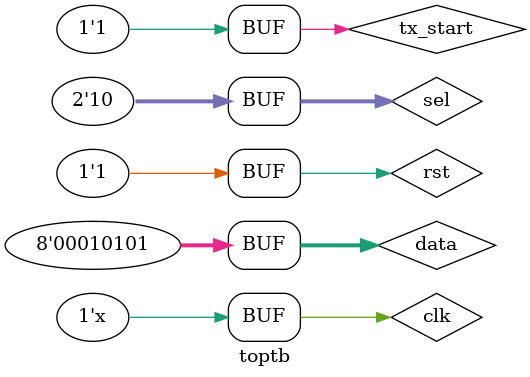
<source format=v>
`timescale 1ns / 1ps


module toptb;
reg tx_start,clk,rst;
reg [1:0] sel;
reg [7:0] data;
wire pb_error,sb_error;
wire [7:0] data_out;   
topmodule tpm1(tx_start,clk,rst,data,pb_error,sb_error,data_out,sel);
always
 #0.5 clk=~clk;
 initial begin  
 clk=0; rst=1;
 #0.5 rst=0;
 sel=2'b10;
#1 rst=1; data=8'b00010101;tx_start=1'b1;  
 
   end 
endmodule

</source>
